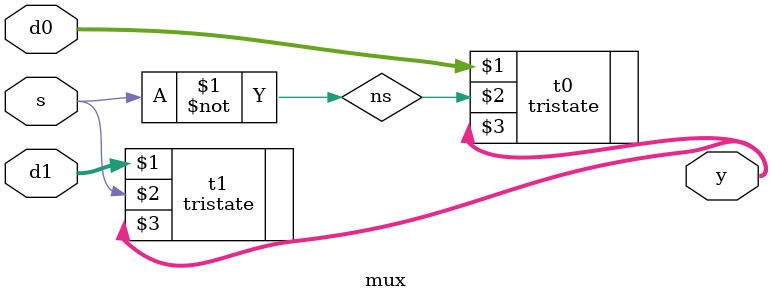
<source format=sv>
module mux(input logic [3:0] d0, d1, input logic s, output tri [3:0] y);

not inversor(ns, s);

tristate t0(d0, ns, y);
tristate t1(d1, s, y);
endmodule

</source>
